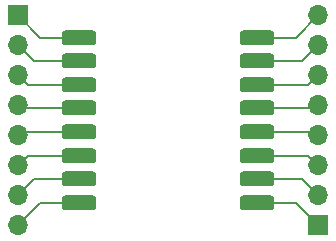
<source format=gbr>
%TF.GenerationSoftware,KiCad,Pcbnew,8.0.6*%
%TF.CreationDate,2024-11-12T13:12:48-05:00*%
%TF.ProjectId,lora_breakout,6c6f7261-5f62-4726-9561-6b6f75742e6b,rev?*%
%TF.SameCoordinates,Original*%
%TF.FileFunction,Copper,L1,Top*%
%TF.FilePolarity,Positive*%
%FSLAX46Y46*%
G04 Gerber Fmt 4.6, Leading zero omitted, Abs format (unit mm)*
G04 Created by KiCad (PCBNEW 8.0.6) date 2024-11-12 13:12:48*
%MOMM*%
%LPD*%
G01*
G04 APERTURE LIST*
G04 Aperture macros list*
%AMRoundRect*
0 Rectangle with rounded corners*
0 $1 Rounding radius*
0 $2 $3 $4 $5 $6 $7 $8 $9 X,Y pos of 4 corners*
0 Add a 4 corners polygon primitive as box body*
4,1,4,$2,$3,$4,$5,$6,$7,$8,$9,$2,$3,0*
0 Add four circle primitives for the rounded corners*
1,1,$1+$1,$2,$3*
1,1,$1+$1,$4,$5*
1,1,$1+$1,$6,$7*
1,1,$1+$1,$8,$9*
0 Add four rect primitives between the rounded corners*
20,1,$1+$1,$2,$3,$4,$5,0*
20,1,$1+$1,$4,$5,$6,$7,0*
20,1,$1+$1,$6,$7,$8,$9,0*
20,1,$1+$1,$8,$9,$2,$3,0*%
G04 Aperture macros list end*
%TA.AperFunction,ComponentPad*%
%ADD10O,1.700000X1.700000*%
%TD*%
%TA.AperFunction,ComponentPad*%
%ADD11R,1.700000X1.700000*%
%TD*%
%TA.AperFunction,SMDPad,CuDef*%
%ADD12RoundRect,0.317500X-1.157500X-0.317500X1.157500X-0.317500X1.157500X0.317500X-1.157500X0.317500X0*%
%TD*%
%TA.AperFunction,Conductor*%
%ADD13C,0.200000*%
%TD*%
G04 APERTURE END LIST*
D10*
%TO.P,J2,8,Pin_8*%
%TO.N,Net-(J2-Pin_8)*%
X127000000Y-93980000D03*
%TO.P,J2,7,Pin_7*%
%TO.N,Net-(J2-Pin_7)*%
X127000000Y-91440000D03*
%TO.P,J2,6,Pin_6*%
%TO.N,Net-(J2-Pin_6)*%
X127000000Y-88900000D03*
%TO.P,J2,5,Pin_5*%
%TO.N,Net-(J2-Pin_5)*%
X127000000Y-86360000D03*
%TO.P,J2,4,Pin_4*%
%TO.N,Net-(J2-Pin_4)*%
X127000000Y-83820000D03*
%TO.P,J2,3,Pin_3*%
%TO.N,Net-(J2-Pin_3)*%
X127000000Y-81280000D03*
%TO.P,J2,2,Pin_2*%
%TO.N,Net-(J2-Pin_2)*%
X127000000Y-78740000D03*
D11*
%TO.P,J2,1,Pin_1*%
%TO.N,Net-(J2-Pin_1)*%
X127000000Y-76200000D03*
%TD*%
%TO.P,J1,1,Pin_1*%
%TO.N,Net-(J1-Pin_1)*%
X152400000Y-93980000D03*
D10*
%TO.P,J1,2,Pin_2*%
%TO.N,Net-(J1-Pin_2)*%
X152400000Y-91440000D03*
%TO.P,J1,3,Pin_3*%
%TO.N,Net-(J1-Pin_3)*%
X152400000Y-88900000D03*
%TO.P,J1,4,Pin_4*%
%TO.N,Net-(J1-Pin_4)*%
X152400000Y-86360000D03*
%TO.P,J1,5,Pin_5*%
%TO.N,Net-(J1-Pin_5)*%
X152400000Y-83820000D03*
%TO.P,J1,6,Pin_6*%
%TO.N,Net-(J1-Pin_6)*%
X152400000Y-81280000D03*
%TO.P,J1,7,Pin_7*%
%TO.N,Net-(J1-Pin_7)*%
X152400000Y-78740000D03*
%TO.P,J1,8,Pin_8*%
%TO.N,Net-(J1-Pin_8)*%
X152400000Y-76200000D03*
%TD*%
D12*
%TO.P,U1,16,DIO2*%
%TO.N,Net-(J1-Pin_8)*%
X147225000Y-78090000D03*
%TO.P,U1,15,DIO1*%
%TO.N,Net-(J1-Pin_7)*%
X147225000Y-80090000D03*
%TO.P,U1,14,DIO0*%
%TO.N,Net-(J1-Pin_6)*%
X147225000Y-82090000D03*
%TO.P,U1,13,3.3V*%
%TO.N,Net-(J1-Pin_5)*%
X147225000Y-84090000D03*
%TO.P,U1,12,DIO4*%
%TO.N,Net-(J1-Pin_4)*%
X147225000Y-86090000D03*
%TO.P,U1,11,DIO3*%
%TO.N,Net-(J1-Pin_3)*%
X147225000Y-88090000D03*
%TO.P,U1,10,GND*%
%TO.N,Net-(J1-Pin_2)*%
X147225000Y-90090000D03*
%TO.P,U1,9,ANT*%
%TO.N,Net-(J1-Pin_1)*%
X147225000Y-92090000D03*
%TO.P,U1,8,GND*%
%TO.N,Net-(J2-Pin_8)*%
X132175000Y-92090000D03*
%TO.P,U1,7,DIO5*%
%TO.N,Net-(J2-Pin_7)*%
X132175000Y-90090000D03*
%TO.P,U1,6,RESET*%
%TO.N,Net-(J2-Pin_6)*%
X132175000Y-88090000D03*
%TO.P,U1,5,NSS*%
%TO.N,Net-(J2-Pin_5)*%
X132175000Y-86090000D03*
%TO.P,U1,4,SCK*%
%TO.N,Net-(J2-Pin_4)*%
X132175000Y-84090000D03*
%TO.P,U1,3,MOSI*%
%TO.N,Net-(J2-Pin_3)*%
X132175000Y-82090000D03*
%TO.P,U1,2,MISO*%
%TO.N,Net-(J2-Pin_2)*%
X132175000Y-80090000D03*
%TO.P,U1,1,GND*%
%TO.N,Net-(J2-Pin_1)*%
X132175000Y-78090000D03*
%TD*%
D13*
%TO.N,Net-(J2-Pin_8)*%
X132175000Y-92090000D02*
X128890000Y-92090000D01*
X128890000Y-92090000D02*
X127000000Y-93980000D01*
%TO.N,Net-(J2-Pin_7)*%
X132175000Y-90090000D02*
X128350000Y-90090000D01*
X128350000Y-90090000D02*
X127000000Y-91440000D01*
%TO.N,Net-(J2-Pin_6)*%
X132175000Y-88090000D02*
X127810000Y-88090000D01*
X127810000Y-88090000D02*
X127000000Y-88900000D01*
%TO.N,Net-(J2-Pin_5)*%
X132175000Y-86090000D02*
X127270000Y-86090000D01*
X127270000Y-86090000D02*
X127000000Y-86360000D01*
%TO.N,Net-(J2-Pin_4)*%
X132175000Y-84090000D02*
X127270000Y-84090000D01*
X127270000Y-84090000D02*
X127000000Y-83820000D01*
%TO.N,Net-(J2-Pin_3)*%
X132175000Y-82090000D02*
X127810000Y-82090000D01*
X127810000Y-82090000D02*
X127000000Y-81280000D01*
%TO.N,Net-(J2-Pin_2)*%
X132175000Y-80090000D02*
X128350000Y-80090000D01*
X128350000Y-80090000D02*
X127000000Y-78740000D01*
%TO.N,Net-(J2-Pin_1)*%
X132175000Y-78090000D02*
X128890000Y-78090000D01*
X128890000Y-78090000D02*
X127000000Y-76200000D01*
%TO.N,Net-(J1-Pin_1)*%
X147225000Y-92090000D02*
X150510000Y-92090000D01*
X150510000Y-92090000D02*
X152400000Y-93980000D01*
%TO.N,Net-(J1-Pin_2)*%
X147225000Y-90090000D02*
X151050000Y-90090000D01*
X151050000Y-90090000D02*
X152400000Y-91440000D01*
%TO.N,Net-(J1-Pin_3)*%
X147225000Y-88090000D02*
X151590000Y-88090000D01*
X151590000Y-88090000D02*
X152400000Y-88900000D01*
%TO.N,Net-(J1-Pin_4)*%
X147225000Y-86090000D02*
X152130000Y-86090000D01*
X152130000Y-86090000D02*
X152400000Y-86360000D01*
%TO.N,Net-(J1-Pin_5)*%
X147225000Y-84090000D02*
X152130000Y-84090000D01*
X152130000Y-84090000D02*
X152400000Y-83820000D01*
%TO.N,Net-(J1-Pin_6)*%
X147225000Y-82090000D02*
X151590000Y-82090000D01*
X151590000Y-82090000D02*
X152400000Y-81280000D01*
%TO.N,Net-(J1-Pin_7)*%
X147225000Y-80090000D02*
X151050000Y-80090000D01*
X151050000Y-80090000D02*
X152400000Y-78740000D01*
%TO.N,Net-(J1-Pin_8)*%
X147225000Y-78090000D02*
X150510000Y-78090000D01*
X150510000Y-78090000D02*
X152400000Y-76200000D01*
%TO.N,Net-(J2-Pin_5)*%
X131905000Y-86360000D02*
X132175000Y-86090000D01*
%TD*%
M02*

</source>
